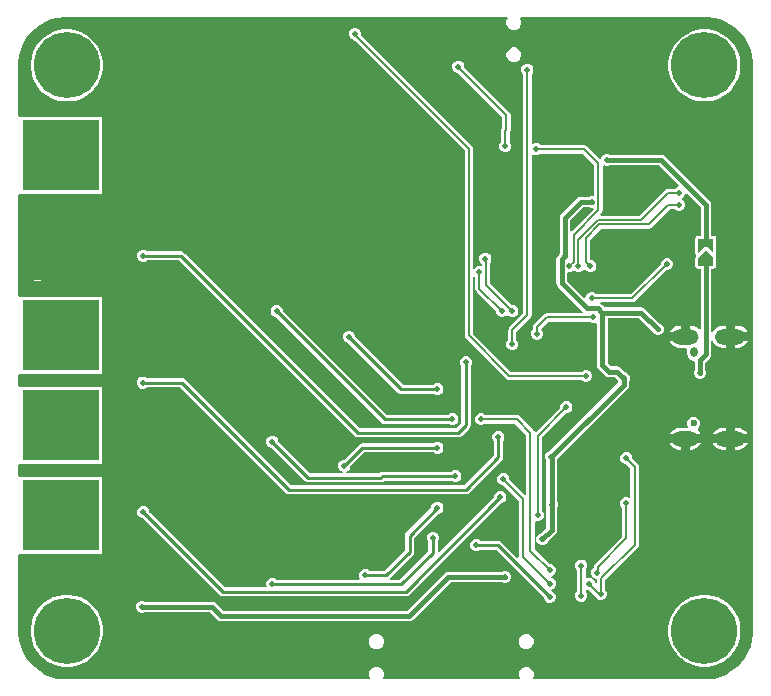
<source format=gbr>
G04*
G04 #@! TF.GenerationSoftware,Altium Limited,Altium Designer,24.2.2 (26)*
G04*
G04 Layer_Physical_Order=2*
G04 Layer_Color=16711680*
%FSLAX44Y44*%
%MOMM*%
G71*
G04*
G04 #@! TF.SameCoordinates,AEDDF3BC-744E-4892-9196-95ED917E8FD6*
G04*
G04*
G04 #@! TF.FilePolarity,Positive*
G04*
G01*
G75*
%ADD11C,0.2540*%
%ADD18C,0.1778*%
G04:AMPARAMS|DCode=101|XSize=1.3mm|YSize=2.3mm|CornerRadius=0.65mm|HoleSize=0mm|Usage=FLASHONLY|Rotation=90.000|XOffset=0mm|YOffset=0mm|HoleType=Round|Shape=RoundedRectangle|*
%AMROUNDEDRECTD101*
21,1,1.3000,1.0000,0,0,90.0*
21,1,0.0000,2.3000,0,0,90.0*
1,1,1.3000,0.5000,0.0000*
1,1,1.3000,0.5000,0.0000*
1,1,1.3000,-0.5000,0.0000*
1,1,1.3000,-0.5000,0.0000*
%
%ADD101ROUNDEDRECTD101*%
G04:AMPARAMS|DCode=102|XSize=1.3mm|YSize=2.6mm|CornerRadius=0.65mm|HoleSize=0mm|Usage=FLASHONLY|Rotation=90.000|XOffset=0mm|YOffset=0mm|HoleType=Round|Shape=RoundedRectangle|*
%AMROUNDEDRECTD102*
21,1,1.3000,1.3000,0,0,90.0*
21,1,0.0000,2.6000,0,0,90.0*
1,1,1.3000,0.6500,0.0000*
1,1,1.3000,0.6500,0.0000*
1,1,1.3000,-0.6500,0.0000*
1,1,1.3000,-0.6500,0.0000*
%
%ADD102ROUNDEDRECTD102*%
%ADD103C,0.6000*%
G04:AMPARAMS|DCode=104|XSize=0.85mm|YSize=0.6mm|CornerRadius=0.3mm|HoleSize=0mm|Usage=FLASHONLY|Rotation=90.000|XOffset=0mm|YOffset=0mm|HoleType=Round|Shape=RoundedRectangle|*
%AMROUNDEDRECTD104*
21,1,0.8500,0.0000,0,0,90.0*
21,1,0.2500,0.6000,0,0,90.0*
1,1,0.6000,0.0000,0.1250*
1,1,0.6000,0.0000,-0.1250*
1,1,0.6000,0.0000,-0.1250*
1,1,0.6000,0.0000,0.1250*
%
%ADD104ROUNDEDRECTD104*%
%ADD113C,0.3810*%
%ADD114C,0.2032*%
%ADD116C,5.6000*%
%ADD117R,6.5000X6.0000*%
%ADD118C,1.6510*%
%ADD119C,0.5080*%
%AMCUSTOMSHAPE120*
4,1,5,-0.6350,0.3175,0.0000,1.0160,0.6350,0.3175,0.6350,-0.3175,-0.6350,-0.3175,-0.6350,0.3175,0.0*%
%ADD120CUSTOMSHAPE120*%

%AMCUSTOMSHAPE121*
4,1,5,-0.6350,0.4445,0.6350,0.4445,0.6350,-0.7620,0.0000,-0.1270,-0.6350,-0.7620,-0.6350,0.4445,0.0*%
%ADD121CUSTOMSHAPE121*%

G36*
X714253Y1194268D02*
X714710Y1192998D01*
X713800Y1190801D01*
Y1188299D01*
X714758Y1185987D01*
X716527Y1184218D01*
X718839Y1183260D01*
X721341D01*
X723653Y1184218D01*
X725422Y1185987D01*
X726380Y1188299D01*
Y1190801D01*
X725470Y1192998D01*
X725927Y1194268D01*
X881380D01*
X884074D01*
X889417Y1193565D01*
X894622Y1192170D01*
X899601Y1190108D01*
X904268Y1187414D01*
X908543Y1184133D01*
X912353Y1180323D01*
X915634Y1176048D01*
X918328Y1171381D01*
X920390Y1166402D01*
X921785Y1161197D01*
X922488Y1155854D01*
X922488Y1153160D01*
X922488Y674370D01*
X922488Y671676D01*
X921785Y666333D01*
X920390Y661128D01*
X918328Y656149D01*
X915634Y651482D01*
X912353Y647207D01*
X908543Y643397D01*
X904268Y640116D01*
X899601Y637422D01*
X894622Y635360D01*
X889417Y633965D01*
X884074Y633262D01*
X881380D01*
X736447D01*
X735861Y634532D01*
X736680Y636509D01*
Y639011D01*
X735722Y641323D01*
X733953Y643092D01*
X731641Y644050D01*
X729139D01*
X726827Y643092D01*
X725058Y641323D01*
X724100Y639011D01*
Y636509D01*
X724919Y634532D01*
X724333Y633262D01*
X609652Y633262D01*
X609067Y634532D01*
X609886Y636509D01*
Y639011D01*
X608928Y641323D01*
X607159Y643092D01*
X604847Y644050D01*
X602345D01*
X600033Y643092D01*
X598263Y641323D01*
X597306Y639011D01*
Y636509D01*
X598125Y634532D01*
X597539Y633262D01*
X341630D01*
X338936D01*
X333593Y633965D01*
X328388Y635360D01*
X323409Y637422D01*
X318742Y640116D01*
X314467Y643397D01*
X310657Y647207D01*
X307376Y651482D01*
X304682Y656149D01*
X302620Y661128D01*
X301225Y666333D01*
X300522Y671676D01*
X300522Y674370D01*
Y738940D01*
X301510Y739620D01*
X301792Y739620D01*
X371590D01*
Y804700D01*
X301792D01*
X300522Y805380D01*
Y815140D01*
X301510Y815820D01*
X301792Y815820D01*
X371590D01*
Y880900D01*
X301792D01*
X300522Y881580D01*
Y891340D01*
X301510Y892020D01*
X301792Y892020D01*
X371590D01*
Y957100D01*
X301792D01*
X300522Y957780D01*
Y1043740D01*
X301510Y1044420D01*
X301792Y1044420D01*
X371590D01*
Y1109500D01*
X301792D01*
X300522Y1110180D01*
Y1153160D01*
Y1155854D01*
X301225Y1161197D01*
X302620Y1166402D01*
X304682Y1171381D01*
X307376Y1176048D01*
X310657Y1180323D01*
X314467Y1184133D01*
X318742Y1187414D01*
X323409Y1190108D01*
X328388Y1192170D01*
X333593Y1193565D01*
X338936Y1194268D01*
X341630Y1194268D01*
X714253Y1194268D01*
D02*
G37*
%LPC*%
G36*
X721341Y1168340D02*
X718839D01*
X716527Y1167382D01*
X714758Y1165613D01*
X713800Y1163301D01*
Y1160799D01*
X714758Y1158487D01*
X716527Y1156718D01*
X718839Y1155760D01*
X721341D01*
X723653Y1156718D01*
X725422Y1158487D01*
X726380Y1160799D01*
Y1163301D01*
X725422Y1165613D01*
X723653Y1167382D01*
X721341Y1168340D01*
D02*
G37*
G36*
X883784Y1183700D02*
X878976D01*
X874229Y1182948D01*
X869657Y1181462D01*
X865374Y1179280D01*
X861485Y1176455D01*
X858085Y1173055D01*
X855260Y1169166D01*
X853077Y1164883D01*
X851592Y1160312D01*
X850840Y1155564D01*
Y1150756D01*
X851592Y1146009D01*
X853077Y1141437D01*
X855260Y1137154D01*
X858085Y1133264D01*
X861485Y1129865D01*
X865374Y1127040D01*
X869657Y1124857D01*
X874229Y1123372D01*
X878976Y1122620D01*
X883784D01*
X888531Y1123372D01*
X893103Y1124857D01*
X897386Y1127040D01*
X901275Y1129865D01*
X904675Y1133264D01*
X907500Y1137154D01*
X909682Y1141437D01*
X911168Y1146009D01*
X911920Y1150756D01*
Y1155564D01*
X911168Y1160312D01*
X909682Y1164883D01*
X907500Y1169166D01*
X904675Y1173055D01*
X901275Y1176455D01*
X897386Y1179280D01*
X893103Y1181462D01*
X888531Y1182948D01*
X883784Y1183700D01*
D02*
G37*
G36*
X344034D02*
X339226D01*
X334478Y1182948D01*
X329907Y1181462D01*
X325624Y1179280D01*
X321735Y1176455D01*
X318335Y1173055D01*
X315510Y1169166D01*
X313328Y1164883D01*
X311842Y1160312D01*
X311090Y1155564D01*
Y1150756D01*
X311842Y1146009D01*
X313328Y1141437D01*
X315510Y1137154D01*
X318335Y1133264D01*
X321735Y1129865D01*
X325624Y1127040D01*
X329907Y1124857D01*
X334478Y1123372D01*
X339226Y1122620D01*
X344034D01*
X348782Y1123372D01*
X353353Y1124857D01*
X357636Y1127040D01*
X361525Y1129865D01*
X364925Y1133264D01*
X367750Y1137154D01*
X369933Y1141437D01*
X371418Y1146009D01*
X372170Y1150756D01*
Y1155564D01*
X371418Y1160312D01*
X369933Y1164883D01*
X367750Y1169166D01*
X364925Y1173055D01*
X361525Y1176455D01*
X357636Y1179280D01*
X353353Y1181462D01*
X348782Y1182948D01*
X344034Y1183700D01*
D02*
G37*
G36*
X674110Y1156970D02*
X672089D01*
X670222Y1156197D01*
X668793Y1154768D01*
X668020Y1152900D01*
Y1150880D01*
X668793Y1149012D01*
X670222Y1147583D01*
X672089Y1146810D01*
X673053D01*
X710114Y1109748D01*
Y1100309D01*
X709380Y1099210D01*
X709104Y1097822D01*
X709104Y1097822D01*
Y1088139D01*
X708423Y1087458D01*
X707650Y1085591D01*
Y1083569D01*
X708423Y1081702D01*
X709852Y1080273D01*
X711719Y1079500D01*
X713740D01*
X715607Y1080273D01*
X717036Y1081702D01*
X717810Y1083569D01*
Y1085591D01*
X717036Y1087458D01*
X716355Y1088139D01*
Y1096346D01*
X717090Y1097445D01*
X717366Y1098833D01*
Y1111250D01*
X717366Y1111250D01*
X717090Y1112637D01*
X716304Y1113814D01*
X716304Y1113814D01*
X678180Y1151937D01*
Y1152900D01*
X677407Y1154768D01*
X675978Y1156197D01*
X674110Y1156970D01*
D02*
G37*
G36*
X317971Y1030605D02*
X315129D01*
X312383Y1029869D01*
X309922Y1028448D01*
X307912Y1026438D01*
X306491Y1023977D01*
X305755Y1021231D01*
Y1018389D01*
X306491Y1015643D01*
X307912Y1013182D01*
X309922Y1011172D01*
X312383Y1009751D01*
X315129Y1009015D01*
X317971D01*
X320717Y1009751D01*
X323178Y1011172D01*
X325188Y1013182D01*
X326609Y1015643D01*
X327345Y1018389D01*
Y1021231D01*
X326609Y1023977D01*
X325188Y1026438D01*
X323178Y1028448D01*
X320717Y1029869D01*
X317971Y1030605D01*
D02*
G37*
G36*
Y992505D02*
X315129D01*
X312383Y991769D01*
X309922Y990348D01*
X307912Y988338D01*
X306491Y985877D01*
X305755Y983131D01*
Y980289D01*
X306491Y977543D01*
X307912Y975082D01*
X309922Y973072D01*
X312383Y971651D01*
X315129Y970915D01*
X317971D01*
X320717Y971651D01*
X323178Y973072D01*
X325188Y975082D01*
X326609Y977543D01*
X327345Y980289D01*
Y983131D01*
X326609Y985877D01*
X325188Y988338D01*
X323178Y990348D01*
X320717Y991769D01*
X317971Y992505D01*
D02*
G37*
G36*
X586480Y1184910D02*
X584459D01*
X582592Y1184137D01*
X581163Y1182708D01*
X580390Y1180841D01*
Y1178820D01*
X581163Y1176952D01*
X582592Y1175523D01*
X584459Y1174750D01*
X584980D01*
X678494Y1081236D01*
Y924560D01*
X678760Y923222D01*
X679518Y922088D01*
X713808Y887798D01*
X713808Y887798D01*
X714942Y887040D01*
X716280Y886774D01*
X777362D01*
X778172Y885963D01*
X780040Y885190D01*
X782060D01*
X783928Y885963D01*
X785357Y887392D01*
X786130Y889259D01*
Y891281D01*
X785357Y893148D01*
X783928Y894577D01*
X782060Y895350D01*
X780040D01*
X778172Y894577D01*
X777362Y893766D01*
X717728D01*
X685486Y926008D01*
Y973836D01*
X686756Y974392D01*
X687384Y973848D01*
Y963930D01*
X687650Y962592D01*
X688408Y961458D01*
X704850Y945016D01*
Y943869D01*
X705623Y942002D01*
X707052Y940573D01*
X708920Y939800D01*
X710940D01*
X712808Y940573D01*
X713545Y941311D01*
X714375Y941904D01*
X715205Y941311D01*
X715942Y940573D01*
X717810Y939800D01*
X719830D01*
X721698Y940573D01*
X723127Y942002D01*
X723900Y943869D01*
Y945891D01*
X723127Y947758D01*
X721698Y949187D01*
X719830Y949960D01*
X718684D01*
X699837Y968807D01*
Y986023D01*
X700267Y986452D01*
X701040Y988319D01*
Y990340D01*
X700267Y992208D01*
X698838Y993637D01*
X696971Y994410D01*
X694949D01*
X693082Y993637D01*
X691653Y992208D01*
X690880Y990340D01*
Y988319D01*
X691653Y986452D01*
X692845Y985261D01*
Y983618D01*
X691890Y982980D01*
X689870D01*
X688002Y982207D01*
X686756Y980960D01*
X685892Y981136D01*
X685486Y981350D01*
Y1082684D01*
X685486Y1082684D01*
X685220Y1084022D01*
X684462Y1085156D01*
X684462Y1085156D01*
X590550Y1179068D01*
Y1180841D01*
X589777Y1182708D01*
X588348Y1184137D01*
X586480Y1184910D01*
D02*
G37*
G36*
X732531Y1154430D02*
X730509D01*
X728642Y1153657D01*
X727213Y1152228D01*
X726440Y1150360D01*
Y1148339D01*
X727213Y1146472D01*
X728024Y1145662D01*
Y943017D01*
X716296Y931289D01*
X715538Y930155D01*
X715272Y928817D01*
Y920679D01*
X714462Y919869D01*
X713689Y918002D01*
Y915981D01*
X714462Y914114D01*
X715891Y912685D01*
X717758Y911911D01*
X719779D01*
X721646Y912685D01*
X723075Y914114D01*
X723848Y915981D01*
Y918002D01*
X723075Y919869D01*
X722265Y920679D01*
Y927369D01*
X733992Y939096D01*
X734750Y940230D01*
X735016Y941568D01*
X735016Y941568D01*
Y1077320D01*
X736189Y1077806D01*
X736262Y1077733D01*
X738130Y1076960D01*
X740151D01*
X742018Y1077733D01*
X742828Y1078544D01*
X778332D01*
X788095Y1068781D01*
Y1043308D01*
X787140Y1042670D01*
X785119D01*
X783797Y1042122D01*
X777070D01*
X777070Y1042122D01*
X775335Y1041777D01*
X773865Y1040795D01*
X773865Y1040795D01*
X760065Y1026995D01*
X759083Y1025525D01*
X758738Y1023790D01*
Y994203D01*
X758190Y992880D01*
Y992856D01*
X757398Y992064D01*
X756416Y990594D01*
X756071Y988859D01*
Y969137D01*
X756416Y967403D01*
X757398Y965932D01*
X778764Y944566D01*
X778268Y943296D01*
X748030D01*
X748030Y943296D01*
X746692Y943030D01*
X745558Y942272D01*
X737120Y933834D01*
X736362Y932700D01*
X736096Y931362D01*
Y929518D01*
X735285Y928708D01*
X734512Y926841D01*
Y924819D01*
X735285Y922952D01*
X736714Y921523D01*
X738581Y920750D01*
X740602D01*
X742470Y921523D01*
X743899Y922952D01*
X744672Y924819D01*
Y926841D01*
X743899Y928708D01*
X743088Y929518D01*
Y929914D01*
X749478Y936304D01*
X783712D01*
X784522Y935493D01*
X786389Y934720D01*
X788410D01*
X789218Y935054D01*
X790488Y934206D01*
Y899160D01*
X790833Y897426D01*
X791815Y895955D01*
X797240Y890531D01*
X798710Y889548D01*
X800445Y889203D01*
X805413D01*
X808522Y886094D01*
Y884781D01*
X750285Y826544D01*
X748962Y825997D01*
X747533Y824568D01*
X746760Y822701D01*
Y820679D01*
X747429Y819065D01*
Y783333D01*
X747001Y782302D01*
Y780281D01*
X747549Y778958D01*
Y761579D01*
X742665Y756694D01*
X741342Y756147D01*
X739913Y754718D01*
X739140Y752850D01*
Y750829D01*
X739913Y748962D01*
X741342Y747533D01*
X743210Y746760D01*
X745230D01*
X747098Y747533D01*
X748527Y748962D01*
X749074Y750285D01*
X755286Y756497D01*
X755286Y756497D01*
X756269Y757967D01*
X756614Y759702D01*
Y778958D01*
X757161Y780281D01*
Y782302D01*
X756493Y783916D01*
Y819648D01*
X756694Y820135D01*
X816258Y879699D01*
X817241Y881169D01*
X817586Y882904D01*
X817586Y882904D01*
Y885173D01*
X817603Y885190D01*
X818377Y887057D01*
Y889078D01*
X817603Y890945D01*
X816174Y892374D01*
X814307Y893148D01*
X814287D01*
X810495Y896940D01*
X809024Y897922D01*
X807290Y898267D01*
X802322D01*
X799552Y901037D01*
Y939348D01*
X825893D01*
X837156Y928085D01*
X837703Y926762D01*
X839132Y925333D01*
X841000Y924560D01*
X843020D01*
X844888Y925333D01*
X846317Y926762D01*
X847090Y928630D01*
Y930650D01*
X846317Y932518D01*
X844888Y933947D01*
X843565Y934494D01*
X830975Y947085D01*
X829504Y948067D01*
X827770Y948412D01*
X796897D01*
X794685Y950625D01*
X793309Y951544D01*
X793298Y951636D01*
X794077Y952814D01*
X820420D01*
X821758Y953080D01*
X822892Y953838D01*
X849034Y979980D01*
X850640D01*
X852508Y980753D01*
X853937Y982182D01*
X854710Y984050D01*
Y986070D01*
X853937Y987938D01*
X852508Y989367D01*
X850640Y990140D01*
X848620D01*
X846752Y989367D01*
X845323Y987938D01*
X844550Y986070D01*
Y985384D01*
X818972Y959806D01*
X789818D01*
X789008Y960617D01*
X787141Y961390D01*
X785119D01*
X783252Y960617D01*
X781823Y959188D01*
X781050Y957320D01*
Y956895D01*
X779780Y956369D01*
X765135Y971014D01*
Y977276D01*
X766070Y977900D01*
X768091D01*
X769958Y978673D01*
X770890Y979606D01*
X771822Y978673D01*
X773689Y977900D01*
X775711D01*
X777578Y978673D01*
X779007Y980102D01*
X779145Y980436D01*
X780415D01*
X780553Y980102D01*
X781982Y978673D01*
X783849Y977900D01*
X785871D01*
X787738Y978673D01*
X789167Y980102D01*
X789940Y981970D01*
Y983990D01*
X789167Y985858D01*
X787738Y987287D01*
X785871Y988060D01*
X784724D01*
X784546Y988238D01*
Y1005662D01*
X793928Y1015044D01*
X834390D01*
X835728Y1015310D01*
X836862Y1016068D01*
X852348Y1031554D01*
X856102D01*
X856912Y1030743D01*
X858780Y1029970D01*
X860800D01*
X862668Y1030743D01*
X864097Y1032172D01*
X864870Y1034040D01*
Y1036060D01*
X864097Y1037928D01*
X862668Y1039357D01*
X862334Y1039495D01*
Y1040765D01*
X862668Y1040903D01*
X864097Y1042332D01*
X864870Y1044200D01*
Y1044625D01*
X866140Y1045151D01*
X878118Y1033173D01*
Y1009065D01*
X876300D01*
X875309Y1008868D01*
X874469Y1008306D01*
X873907Y1007466D01*
X873710Y1006475D01*
Y994410D01*
X873907Y993419D01*
X874469Y992579D01*
X874553Y991893D01*
X874384Y991707D01*
X874155Y991326D01*
X873907Y990956D01*
X873895Y990895D01*
X873863Y990841D01*
X873797Y990401D01*
X873710Y989965D01*
Y983615D01*
X873907Y982624D01*
X874469Y981784D01*
X875309Y981222D01*
X876300Y981025D01*
X878118D01*
Y929756D01*
X876848Y929325D01*
X876470Y929817D01*
X874582Y931266D01*
X872383Y932177D01*
X870023Y932488D01*
X868833D01*
Y923370D01*
X865023D01*
Y919560D01*
X851816D01*
X852126Y918811D01*
X853576Y916923D01*
X855464Y915474D01*
X857663Y914563D01*
X860023Y914252D01*
X866091D01*
X866935Y912982D01*
X866624Y911420D01*
Y908920D01*
X867054Y906758D01*
X868279Y904926D01*
X870111Y903701D01*
X872273Y903271D01*
X873038Y902129D01*
Y895068D01*
X872490Y893745D01*
Y891724D01*
X873263Y889857D01*
X874692Y888428D01*
X876560Y887655D01*
X878580D01*
X880448Y888428D01*
X881877Y889857D01*
X882650Y891724D01*
Y893745D01*
X882102Y895068D01*
Y901452D01*
X885855Y905204D01*
X885855Y905204D01*
X886837Y906675D01*
X887182Y908409D01*
X887182Y908409D01*
Y919583D01*
X888452Y919836D01*
X888877Y918811D01*
X890326Y916923D01*
X892214Y915474D01*
X894413Y914563D01*
X896773Y914252D01*
X899463D01*
Y923370D01*
Y932488D01*
X896773D01*
X894413Y932177D01*
X892214Y931266D01*
X890326Y929817D01*
X888877Y927929D01*
X888452Y926904D01*
X887182Y927157D01*
Y981025D01*
X889000D01*
X889991Y981222D01*
X890831Y981784D01*
X891393Y982624D01*
X891590Y983615D01*
Y989965D01*
X891503Y990401D01*
X891437Y990841D01*
X891405Y990895D01*
X891393Y990956D01*
X891145Y991326D01*
X890916Y991707D01*
X890747Y991893D01*
X890831Y992579D01*
X891393Y993419D01*
X891590Y994410D01*
Y1006475D01*
X891393Y1007466D01*
X890831Y1008306D01*
X889991Y1008868D01*
X889000Y1009065D01*
X887182D01*
Y1035050D01*
X886837Y1036784D01*
X885855Y1038255D01*
X885855Y1038255D01*
X847755Y1076355D01*
X846284Y1077337D01*
X844550Y1077682D01*
X801163D01*
X799840Y1078230D01*
X797820D01*
X795952Y1077457D01*
X794523Y1076028D01*
X793940Y1074620D01*
X792577Y1074188D01*
X782252Y1084512D01*
X781118Y1085270D01*
X779780Y1085536D01*
X742828D01*
X742018Y1086347D01*
X740151Y1087120D01*
X738130D01*
X736262Y1086347D01*
X736189Y1086274D01*
X735016Y1086760D01*
Y1145662D01*
X735827Y1146472D01*
X736600Y1148339D01*
Y1150360D01*
X735827Y1152228D01*
X734398Y1153657D01*
X732531Y1154430D01*
D02*
G37*
G36*
X909773Y932488D02*
X907083D01*
Y927180D01*
X917980D01*
X917669Y927929D01*
X916220Y929817D01*
X914332Y931266D01*
X912133Y932177D01*
X909773Y932488D01*
D02*
G37*
G36*
X861213D02*
X860023D01*
X857663Y932177D01*
X855464Y931266D01*
X853576Y929817D01*
X852126Y927929D01*
X851816Y927180D01*
X861213D01*
Y932488D01*
D02*
G37*
G36*
X917980Y919560D02*
X907083D01*
Y914252D01*
X909773D01*
X912133Y914563D01*
X914332Y915474D01*
X916220Y916923D01*
X917669Y918811D01*
X917980Y919560D01*
D02*
G37*
G36*
X581400Y928370D02*
X579380D01*
X577512Y927597D01*
X576083Y926168D01*
X575310Y924301D01*
Y922280D01*
X576083Y920412D01*
X577512Y918983D01*
X579380Y918210D01*
X579976D01*
X622093Y876093D01*
X623353Y875251D01*
X624840Y874955D01*
X652020D01*
X652442Y874533D01*
X654309Y873760D01*
X656330D01*
X658198Y874533D01*
X659627Y875962D01*
X660400Y877830D01*
Y879850D01*
X659627Y881718D01*
X658198Y883147D01*
X656330Y883920D01*
X654309D01*
X652442Y883147D01*
X652020Y882725D01*
X626449D01*
X585470Y923704D01*
Y924301D01*
X584697Y926168D01*
X583268Y927597D01*
X581400Y928370D01*
D02*
G37*
G36*
X520140Y950257D02*
X518119D01*
X516252Y949484D01*
X514823Y948055D01*
X514050Y946188D01*
Y944167D01*
X514823Y942300D01*
X516252Y940871D01*
X518119Y940097D01*
X518716D01*
X608120Y850693D01*
X609380Y849851D01*
X610867Y849555D01*
X664720D01*
X665142Y849133D01*
X667010Y848360D01*
X669031D01*
X670898Y849133D01*
X672327Y850562D01*
X673100Y852430D01*
Y854451D01*
X672327Y856318D01*
X670898Y857747D01*
X669031Y858520D01*
X667010D01*
X665142Y857747D01*
X664720Y857325D01*
X612476D01*
X524210Y945591D01*
Y946188D01*
X523436Y948055D01*
X522007Y949484D01*
X520140Y950257D01*
D02*
G37*
G36*
X765551Y868680D02*
X763530D01*
X761662Y867907D01*
X760233Y866478D01*
X759460Y864611D01*
Y863464D01*
X738819Y842823D01*
X737441Y843241D01*
X737410Y843398D01*
X736624Y844574D01*
X736624Y844574D01*
X725194Y856004D01*
X724017Y856790D01*
X722630Y857066D01*
X722630Y857066D01*
X695708D01*
X695028Y857747D01*
X693160Y858520D01*
X691140D01*
X689272Y857747D01*
X687843Y856318D01*
X687070Y854451D01*
Y852430D01*
X687843Y850562D01*
X689272Y849133D01*
X691140Y848360D01*
X693160D01*
X695028Y849133D01*
X695708Y849814D01*
X721128D01*
X730434Y840508D01*
Y790329D01*
X729164Y789803D01*
X716280Y802688D01*
Y803651D01*
X715507Y805518D01*
X714078Y806947D01*
X712210Y807720D01*
X710190D01*
X708322Y806947D01*
X706893Y805518D01*
X706120Y803651D01*
Y801629D01*
X706893Y799762D01*
X708322Y798333D01*
X710190Y797560D01*
X711152D01*
X724084Y784628D01*
Y737260D01*
X724084Y737260D01*
X724212Y736618D01*
X723042Y735992D01*
X709527Y749507D01*
X708267Y750349D01*
X706780Y750645D01*
X691640D01*
X691218Y751067D01*
X689351Y751840D01*
X687329D01*
X685462Y751067D01*
X684033Y749638D01*
X683260Y747770D01*
Y745750D01*
X684033Y743882D01*
X685462Y742453D01*
X687329Y741680D01*
X689351D01*
X691218Y742453D01*
X691640Y742875D01*
X705171D01*
X745410Y702636D01*
Y702039D01*
X746183Y700172D01*
X747612Y698743D01*
X749480Y697970D01*
X751500D01*
X753368Y698743D01*
X754797Y700172D01*
X755570Y702039D01*
Y704061D01*
X754797Y705928D01*
X753368Y707357D01*
X752048Y707903D01*
X751864Y708227D01*
X752438Y709788D01*
X753368Y710173D01*
X754797Y711602D01*
X755570Y713469D01*
Y715490D01*
X754797Y717358D01*
X753368Y718787D01*
X751852Y719415D01*
X751707Y719645D01*
X751703Y719666D01*
X752264Y721146D01*
X753368Y721603D01*
X754797Y723032D01*
X755570Y724900D01*
Y726920D01*
X754797Y728788D01*
X753368Y730217D01*
X751500Y730990D01*
X750537D01*
X737686Y743842D01*
Y766647D01*
X738742Y767353D01*
X739399Y767080D01*
X741421D01*
X743288Y767853D01*
X744717Y769282D01*
X745490Y771150D01*
Y773170D01*
X744717Y775038D01*
X743906Y775848D01*
Y838022D01*
X764404Y858520D01*
X765551D01*
X767418Y859293D01*
X768847Y860722D01*
X769620Y862589D01*
Y864611D01*
X768847Y866478D01*
X767418Y867907D01*
X765551Y868680D01*
D02*
G37*
G36*
X909773Y846088D02*
X907083D01*
Y840780D01*
X917980D01*
X917669Y841529D01*
X916220Y843417D01*
X914332Y844866D01*
X912133Y845777D01*
X909773Y846088D01*
D02*
G37*
G36*
X899463D02*
X896773D01*
X894413Y845777D01*
X892214Y844866D01*
X890326Y843417D01*
X888877Y841529D01*
X888566Y840780D01*
X899463D01*
Y846088D01*
D02*
G37*
G36*
X873375Y855710D02*
X871171D01*
X869135Y854867D01*
X867576Y853308D01*
X866733Y851272D01*
Y849068D01*
X867441Y847358D01*
X866861Y846088D01*
X860023D01*
X857663Y845777D01*
X855464Y844866D01*
X853576Y843417D01*
X852126Y841529D01*
X851816Y840780D01*
X865023D01*
X878230D01*
X877919Y841529D01*
X876470Y843417D01*
X875522Y844145D01*
X875483Y844614D01*
X875613Y845676D01*
X876970Y847032D01*
X877813Y849068D01*
Y851272D01*
X876970Y853308D01*
X875411Y854867D01*
X873375Y855710D01*
D02*
G37*
G36*
X407411Y996950D02*
X405390D01*
X403522Y996177D01*
X402093Y994748D01*
X401320Y992880D01*
Y990860D01*
X402093Y988992D01*
X403522Y987563D01*
X405390Y986790D01*
X407411D01*
X409278Y987563D01*
X409700Y987985D01*
X436541D01*
X585263Y839263D01*
X586523Y838421D01*
X588010Y838125D01*
X673100D01*
X674587Y838421D01*
X675847Y839263D01*
X682197Y845613D01*
X683039Y846873D01*
X683335Y848360D01*
Y898400D01*
X683757Y898822D01*
X684530Y900689D01*
Y902710D01*
X683757Y904578D01*
X682328Y906007D01*
X680461Y906780D01*
X678439D01*
X676572Y906007D01*
X675143Y904578D01*
X674370Y902710D01*
Y900689D01*
X675143Y898822D01*
X675565Y898400D01*
Y849969D01*
X671491Y845895D01*
X589619D01*
X440897Y994617D01*
X439637Y995459D01*
X438150Y995755D01*
X409700D01*
X409278Y996177D01*
X407411Y996950D01*
D02*
G37*
G36*
X917980Y833160D02*
X907083D01*
Y827852D01*
X909773D01*
X912133Y828163D01*
X914332Y829074D01*
X916220Y830523D01*
X917669Y832411D01*
X917980Y833160D01*
D02*
G37*
G36*
X899463D02*
X888566D01*
X888877Y832411D01*
X890326Y830523D01*
X892214Y829074D01*
X894413Y828163D01*
X896773Y827852D01*
X899463D01*
Y833160D01*
D02*
G37*
G36*
X878230Y833160D02*
X868833D01*
Y827852D01*
X870023D01*
X872383Y828163D01*
X874582Y829074D01*
X876470Y830523D01*
X877919Y832411D01*
X878230Y833160D01*
D02*
G37*
G36*
X861213D02*
X851816D01*
X852126Y832411D01*
X853576Y830523D01*
X855464Y829074D01*
X857663Y828163D01*
X860023Y827852D01*
X861213D01*
Y833160D01*
D02*
G37*
G36*
X516631Y839470D02*
X514609D01*
X512742Y838697D01*
X511313Y837268D01*
X510540Y835400D01*
Y833380D01*
X511313Y831512D01*
X512742Y830083D01*
X514609Y829310D01*
X515206D01*
X543353Y801163D01*
X544613Y800321D01*
X546100Y800025D01*
X607351D01*
X608838Y800321D01*
X610098Y801163D01*
X610230Y801295D01*
X667260D01*
X667682Y800873D01*
X669549Y800100D01*
X671571D01*
X673438Y800873D01*
X674867Y802302D01*
X675640Y804169D01*
Y806190D01*
X674867Y808058D01*
X673438Y809487D01*
X671571Y810260D01*
X669549D01*
X667682Y809487D01*
X667260Y809065D01*
X608621D01*
X607135Y808769D01*
X605874Y807927D01*
X605742Y807795D01*
X577771D01*
X577590Y808990D01*
X579458Y809763D01*
X580887Y811192D01*
X581660Y813059D01*
Y813656D01*
X593429Y825425D01*
X652020D01*
X652442Y825003D01*
X654309Y824230D01*
X656330D01*
X658198Y825003D01*
X659627Y826432D01*
X660400Y828299D01*
Y830321D01*
X659627Y832188D01*
X658198Y833617D01*
X656330Y834390D01*
X654309D01*
X652442Y833617D01*
X652020Y833195D01*
X591820D01*
X590333Y832899D01*
X589073Y832057D01*
X576166Y819150D01*
X575569D01*
X573702Y818377D01*
X572273Y816948D01*
X571500Y815080D01*
Y813059D01*
X572273Y811192D01*
X573702Y809763D01*
X575569Y808990D01*
X575389Y807795D01*
X547709D01*
X520700Y834804D01*
Y835400D01*
X519927Y837268D01*
X518498Y838697D01*
X516631Y839470D01*
D02*
G37*
G36*
X406813Y889719D02*
X404792D01*
X402925Y888945D01*
X401496Y887516D01*
X400723Y885649D01*
Y883628D01*
X401496Y881761D01*
X402925Y880332D01*
X404792Y879559D01*
X406813D01*
X408680Y880332D01*
X409102Y880754D01*
X437092D01*
X526843Y791003D01*
X528103Y790161D01*
X529590Y789865D01*
X679450D01*
X680937Y790161D01*
X682197Y791003D01*
X709755Y818561D01*
X710597Y819821D01*
X710893Y821308D01*
Y835211D01*
X711315Y835633D01*
X712088Y837500D01*
Y839521D01*
X711315Y841388D01*
X709886Y842817D01*
X708018Y843590D01*
X705998D01*
X704130Y842817D01*
X702701Y841388D01*
X701928Y839521D01*
Y837500D01*
X702701Y835633D01*
X703123Y835211D01*
Y822917D01*
X677841Y797635D01*
X531199D01*
X441448Y887385D01*
X440188Y888228D01*
X438701Y888523D01*
X409102D01*
X408680Y888945D01*
X406813Y889719D01*
D02*
G37*
G36*
X816350Y825500D02*
X814330D01*
X812462Y824727D01*
X811033Y823298D01*
X810260Y821431D01*
Y819409D01*
X811033Y817542D01*
X812462Y816113D01*
X814330Y815340D01*
X815293D01*
X818724Y811908D01*
Y787779D01*
X817454Y786943D01*
X816350Y787400D01*
X814330D01*
X812462Y786627D01*
X811033Y785198D01*
X810260Y783331D01*
Y781310D01*
X811033Y779442D01*
X811714Y778762D01*
Y754162D01*
X788783Y731231D01*
X787997Y730054D01*
X787721Y728667D01*
X787721Y728667D01*
Y727878D01*
X786457Y726614D01*
X785684Y724747D01*
Y722726D01*
X786457Y720859D01*
X787886Y719430D01*
X789753Y718656D01*
X790044D01*
Y715139D01*
X788774Y714460D01*
X788590Y714583D01*
Y715490D01*
X787817Y717358D01*
X786388Y718787D01*
X784520Y719560D01*
X782499D01*
X781842Y719287D01*
X780786Y719993D01*
Y726161D01*
X781467Y726842D01*
X782240Y728709D01*
Y730731D01*
X781467Y732598D01*
X780038Y734027D01*
X778170Y734800D01*
X776150D01*
X774282Y734027D01*
X772853Y732598D01*
X772080Y730731D01*
Y728709D01*
X772853Y726842D01*
X773534Y726161D01*
Y707878D01*
X772853Y707198D01*
X772080Y705331D01*
Y703309D01*
X772853Y701442D01*
X774282Y700013D01*
X776150Y699240D01*
X778170D01*
X780038Y700013D01*
X781467Y701442D01*
X782240Y703309D01*
Y705331D01*
X781467Y707198D01*
X780876Y707788D01*
X780943Y708911D01*
X782015Y709601D01*
X782499Y709400D01*
X782541D01*
X788332Y703609D01*
X788332Y703609D01*
X789244Y703000D01*
X789363Y702712D01*
X790792Y701283D01*
X792660Y700510D01*
X794680D01*
X796548Y701283D01*
X797977Y702712D01*
X798750Y704579D01*
Y706600D01*
X797977Y708468D01*
X797296Y709148D01*
Y717238D01*
X824914Y744856D01*
X824914Y744856D01*
X825700Y746032D01*
X825976Y747420D01*
X825976Y747420D01*
Y813410D01*
X825700Y814798D01*
X824914Y815974D01*
X824914Y815974D01*
X820420Y820468D01*
Y821431D01*
X819647Y823298D01*
X818218Y824727D01*
X816350Y825500D01*
D02*
G37*
G36*
X709670Y792480D02*
X707650D01*
X705782Y791707D01*
X704353Y790278D01*
X703580Y788410D01*
Y787814D01*
X656665Y740898D01*
X655395Y741424D01*
Y749810D01*
X655817Y750232D01*
X656590Y752100D01*
Y754120D01*
X655817Y755988D01*
X654388Y757417D01*
X652521Y758190D01*
X650499D01*
X648632Y757417D01*
X647203Y755988D01*
X646430Y754120D01*
Y752100D01*
X647203Y750232D01*
X647625Y749810D01*
Y742019D01*
X623231Y717625D01*
X615638D01*
X615517Y717784D01*
X615168Y718895D01*
X634572Y738298D01*
X635414Y739558D01*
X635710Y741045D01*
Y753406D01*
X655734Y773430D01*
X656330D01*
X658198Y774203D01*
X659627Y775632D01*
X660400Y777499D01*
Y779520D01*
X659627Y781388D01*
X658198Y782817D01*
X656330Y783590D01*
X654309D01*
X652442Y782817D01*
X651013Y781388D01*
X650240Y779520D01*
Y778924D01*
X629078Y757762D01*
X628236Y756502D01*
X627940Y755015D01*
Y742654D01*
X610531Y725245D01*
X597660D01*
X597238Y725667D01*
X595370Y726440D01*
X593349D01*
X591482Y725667D01*
X590053Y724238D01*
X589280Y722371D01*
Y720350D01*
X589883Y718895D01*
X589252Y717625D01*
X518920D01*
X518498Y718047D01*
X516631Y718820D01*
X514609D01*
X512742Y718047D01*
X511313Y716618D01*
X510540Y714751D01*
Y712729D01*
X510705Y712331D01*
X510000Y711275D01*
X475319D01*
X411480Y775114D01*
Y775711D01*
X410707Y777578D01*
X409278Y779007D01*
X407411Y779780D01*
X405390D01*
X403522Y779007D01*
X402093Y777578D01*
X401320Y775711D01*
Y773689D01*
X402093Y771822D01*
X403522Y770393D01*
X405390Y769620D01*
X405986D01*
X470963Y704643D01*
X472223Y703801D01*
X473710Y703505D01*
X628650D01*
X630137Y703801D01*
X631397Y704643D01*
X709074Y782320D01*
X709670D01*
X711538Y783093D01*
X712967Y784522D01*
X713740Y786389D01*
Y788410D01*
X712967Y790278D01*
X711538Y791707D01*
X709670Y792480D01*
D02*
G37*
G36*
X713481Y725170D02*
X711460D01*
X710137Y724622D01*
X664571D01*
X664571Y724622D01*
X662836Y724277D01*
X661366Y723295D01*
X661366Y723295D01*
X629673Y691602D01*
X474317D01*
X468025Y697895D01*
X466554Y698877D01*
X464820Y699222D01*
X407463D01*
X406141Y699770D01*
X404119D01*
X402252Y698997D01*
X400823Y697568D01*
X400050Y695701D01*
Y693680D01*
X400823Y691812D01*
X402252Y690383D01*
X404119Y689610D01*
X406141D01*
X407463Y690158D01*
X462943D01*
X469235Y683865D01*
X470706Y682883D01*
X472440Y682538D01*
X631551D01*
X633285Y682883D01*
X634755Y683865D01*
X666448Y715558D01*
X710137D01*
X711460Y715010D01*
X713481D01*
X715348Y715783D01*
X716777Y717212D01*
X717550Y719080D01*
Y721100D01*
X716777Y722968D01*
X715348Y724397D01*
X713481Y725170D01*
D02*
G37*
G36*
X731641Y671550D02*
X729139D01*
X726827Y670592D01*
X725058Y668823D01*
X724100Y666511D01*
Y664009D01*
X725058Y661697D01*
X726827Y659928D01*
X729139Y658970D01*
X731641D01*
X733953Y659928D01*
X735722Y661697D01*
X736680Y664009D01*
Y666511D01*
X735722Y668823D01*
X733953Y670592D01*
X731641Y671550D01*
D02*
G37*
G36*
X604847D02*
X602345D01*
X600033Y670592D01*
X598263Y668823D01*
X597306Y666511D01*
Y664009D01*
X598263Y661697D01*
X600033Y659928D01*
X602345Y658970D01*
X604847D01*
X607159Y659928D01*
X608928Y661697D01*
X609886Y664009D01*
Y666511D01*
X608928Y668823D01*
X607159Y670592D01*
X604847Y671550D01*
D02*
G37*
G36*
X883784Y704910D02*
X878976D01*
X874229Y704158D01*
X869657Y702673D01*
X865374Y700490D01*
X861485Y697665D01*
X858085Y694266D01*
X855260Y690376D01*
X853077Y686093D01*
X851592Y681522D01*
X850840Y676774D01*
Y671966D01*
X851592Y667218D01*
X853077Y662647D01*
X855260Y658364D01*
X858085Y654474D01*
X861485Y651075D01*
X865374Y648250D01*
X869657Y646068D01*
X874229Y644582D01*
X878976Y643830D01*
X883784D01*
X888531Y644582D01*
X893103Y646068D01*
X897386Y648250D01*
X901275Y651075D01*
X904675Y654474D01*
X907500Y658364D01*
X909682Y662647D01*
X911168Y667218D01*
X911920Y671966D01*
Y676774D01*
X911168Y681522D01*
X909682Y686093D01*
X907500Y690376D01*
X904675Y694266D01*
X901275Y697665D01*
X897386Y700490D01*
X893103Y702673D01*
X888531Y704158D01*
X883784Y704910D01*
D02*
G37*
G36*
X344034D02*
X339226D01*
X334478Y704158D01*
X329907Y702673D01*
X325624Y700490D01*
X321735Y697665D01*
X318335Y694266D01*
X315510Y690376D01*
X313328Y686093D01*
X311842Y681522D01*
X311090Y676774D01*
Y671966D01*
X311842Y667218D01*
X313328Y662647D01*
X315510Y658364D01*
X318335Y654474D01*
X321735Y651075D01*
X325624Y648250D01*
X329907Y646068D01*
X334478Y644582D01*
X339226Y643830D01*
X344034D01*
X348782Y644582D01*
X353353Y646068D01*
X357636Y648250D01*
X361525Y651075D01*
X364925Y654474D01*
X367750Y658364D01*
X369933Y662647D01*
X371418Y667218D01*
X372170Y671966D01*
Y676774D01*
X371418Y681522D01*
X369933Y686093D01*
X367750Y690376D01*
X364925Y694266D01*
X361525Y697665D01*
X357636Y700490D01*
X353353Y702673D01*
X348782Y704158D01*
X344034Y704910D01*
D02*
G37*
%LPD*%
G36*
X797820Y1068070D02*
X799840D01*
X801163Y1068618D01*
X842673D01*
X859731Y1051560D01*
X859205Y1050290D01*
X858780D01*
X856912Y1049517D01*
X856102Y1048706D01*
X850578D01*
X849240Y1048440D01*
X848106Y1047682D01*
X826270Y1025846D01*
X793690D01*
X793204Y1027020D01*
X794063Y1027879D01*
X794821Y1029013D01*
X795087Y1030351D01*
Y1068049D01*
X796357Y1068676D01*
X797820Y1068070D01*
D02*
G37*
G36*
X785119Y1032510D02*
X787010D01*
X787283Y1032173D01*
X787636Y1031341D01*
X769072Y1012776D01*
X767802Y1013303D01*
Y1021913D01*
X778947Y1033058D01*
X783797D01*
X785119Y1032510D01*
D02*
G37*
D11*
X529590Y793750D02*
X679450D01*
X405803Y884639D02*
X438701D01*
X529590Y793750D01*
X473710Y707390D02*
X628650D01*
X406400Y774700D02*
X473710Y707390D01*
X628650D02*
X708660Y787400D01*
X515620Y713740D02*
X624840D01*
X651510Y740410D01*
X612140Y721360D02*
X631825Y741045D01*
X594360Y721360D02*
X612140D01*
X688340Y746760D02*
X706780D01*
X750490Y703050D01*
X608621Y805180D02*
X670560D01*
X546100Y803910D02*
X607351D01*
X608621Y805180D01*
X631825Y741045D02*
Y755015D01*
X679450Y793750D02*
X707008Y821308D01*
Y838510D01*
X406400Y991870D02*
X438150D01*
X588010Y842010D01*
X673100D01*
X679450Y848360D01*
Y901700D01*
X610867Y853440D02*
X668020D01*
X519130Y945177D02*
X610867Y853440D01*
X580390Y923290D02*
X624840Y878840D01*
X651510Y740410D02*
Y753110D01*
X515620Y834390D02*
X546100Y803910D01*
X631825Y755015D02*
X655320Y778510D01*
X591820Y829310D02*
X655320D01*
X576580Y814070D02*
X591820Y829310D01*
X624840Y878840D02*
X655320D01*
D18*
X739140Y1082040D02*
X779780D01*
X791591Y1070229D01*
X731520Y941568D02*
Y1149350D01*
X718768Y928817D02*
X731520Y941568D01*
X770890Y1009650D02*
X791591Y1030351D01*
Y1070229D01*
X770890Y986943D02*
Y1009650D01*
X740410Y839470D02*
X764540Y863600D01*
X740410Y772160D02*
Y839470D01*
X716280Y890270D02*
X781050D01*
X786130Y956310D02*
X820420D01*
X848538Y984428D01*
X850900Y1035050D02*
X859790D01*
X834390Y1018540D02*
X850900Y1035050D01*
X792480Y1018540D02*
X834390D01*
X791346Y1022350D02*
X827718D01*
X850578Y1045210D01*
X859790D01*
X781050Y986790D02*
X784860Y982980D01*
X781050Y986790D02*
Y1007110D01*
X774700Y1005704D02*
X791346Y1022350D01*
X774700Y982980D02*
Y1005704D01*
X767080Y983132D02*
X770890Y986943D01*
X767080Y982980D02*
Y983132D01*
X781050Y1007110D02*
X792480Y1018540D01*
X681990Y924560D02*
Y1082684D01*
Y924560D02*
X716280Y890270D01*
X718768Y916992D02*
Y928817D01*
X585470Y1179204D02*
X681990Y1082684D01*
X748030Y939800D02*
X787400D01*
X739592Y931362D02*
X748030Y939800D01*
X739592Y925830D02*
Y931362D01*
X585470Y1179204D02*
Y1179830D01*
X695960Y989330D02*
X696341Y988949D01*
Y967359D02*
Y988949D01*
Y967359D02*
X718820Y944880D01*
X690880Y963930D02*
Y977900D01*
Y963930D02*
X709930Y944880D01*
D101*
X865023Y836970D02*
D03*
Y923370D02*
D03*
D102*
X903273Y836970D02*
D03*
Y923370D02*
D03*
D103*
X872273Y850170D02*
D03*
D104*
Y910170D02*
D03*
D113*
X763270Y991870D02*
Y1023790D01*
Y991526D02*
Y991870D01*
X777070Y1037590D02*
X786130D01*
X763270Y1023790D02*
X777070Y1037590D01*
X812710Y888068D02*
X812712Y888070D01*
X813054Y882904D02*
Y887825D01*
X751840Y821690D02*
X813054Y882904D01*
X795020Y899160D02*
X800445Y893735D01*
X807290D02*
X812712Y888313D01*
Y888070D02*
Y888313D01*
X800445Y893735D02*
X807290D01*
X813054Y887825D02*
X813297Y888068D01*
X844550Y1073150D02*
X882650Y1035050D01*
Y1002030D02*
Y1035050D01*
Y908409D02*
Y986790D01*
X464820Y694690D02*
X472440Y687070D01*
X405130Y694690D02*
X464820D01*
X631551Y687070D02*
X664571Y720090D01*
X472440Y687070D02*
X631551D01*
X664571Y720090D02*
X712470D01*
X752082Y759702D02*
Y781292D01*
X744220Y751840D02*
X752082Y759702D01*
X751961Y781412D02*
X752082Y781292D01*
X751840Y821690D02*
X751961Y821569D01*
Y781412D02*
Y821569D01*
X798830Y1073150D02*
X844550D01*
X877570Y903329D02*
X882650Y908409D01*
X877570Y892735D02*
Y903329D01*
X791480Y947420D02*
X795020Y943880D01*
X760603Y969137D02*
X782320Y947420D01*
X791480D01*
X760603Y969137D02*
Y988859D01*
X795020Y943880D02*
X827770D01*
X842010Y929640D01*
X795020Y899160D02*
Y943880D01*
X760603Y988859D02*
X763270Y991526D01*
D114*
X712729Y1084580D02*
Y1097822D01*
X713740Y1098833D01*
Y1111250D01*
X673100Y1151890D02*
X713740Y1111250D01*
X790764Y723736D02*
X791347Y724320D01*
Y728667D02*
X815340Y752660D01*
X822350Y747420D02*
Y813410D01*
X793670Y718740D02*
X822350Y747420D01*
X791347Y724320D02*
Y728667D01*
X793670Y705590D02*
Y718740D01*
X815340Y820420D02*
X822350Y813410D01*
X815340Y752660D02*
Y782320D01*
X727710Y737260D02*
X750490Y714480D01*
X711200Y802640D02*
X727710Y786130D01*
Y737260D02*
Y786130D01*
X734060Y742340D02*
X750490Y725910D01*
X734060Y742340D02*
Y842010D01*
X692150Y853440D02*
X722630D01*
X734060Y842010D01*
X783510Y713655D02*
Y714480D01*
Y713655D02*
X784969Y712197D01*
Y712100D02*
Y712197D01*
Y712100D02*
X790895Y706173D01*
X777160Y704320D02*
Y729720D01*
X790895Y706173D02*
X793087D01*
X793670Y705590D01*
X777160Y729720D02*
X777668Y730228D01*
D116*
X881380Y1153160D02*
D03*
X341630Y674370D02*
D03*
Y1153160D02*
D03*
X881380Y674370D02*
D03*
D117*
X336550Y1076960D02*
D03*
Y1000760D02*
D03*
Y924560D02*
D03*
Y848360D02*
D03*
Y772160D02*
D03*
D118*
X316550Y1096010D02*
D03*
Y1057910D02*
D03*
Y1019810D02*
D03*
Y981710D02*
D03*
Y943610D02*
D03*
Y905510D02*
D03*
Y867410D02*
D03*
Y829310D02*
D03*
Y791210D02*
D03*
Y753110D02*
D03*
D119*
X739140Y1082040D02*
D03*
X788670Y993140D02*
D03*
X712729Y1084580D02*
D03*
X786130Y1037590D02*
D03*
X746760Y960120D02*
D03*
X670560Y1181100D02*
D03*
Y1173480D02*
D03*
X662940Y1181100D02*
D03*
Y1173480D02*
D03*
X655320Y1181100D02*
D03*
Y1173480D02*
D03*
X647700Y1181100D02*
D03*
Y1173480D02*
D03*
X640080Y1181100D02*
D03*
Y1173480D02*
D03*
X632460Y1181100D02*
D03*
Y1173480D02*
D03*
X670560Y944880D02*
D03*
Y937260D02*
D03*
Y929640D02*
D03*
Y922020D02*
D03*
X662940Y944880D02*
D03*
Y937260D02*
D03*
Y929640D02*
D03*
Y922020D02*
D03*
X655320Y944880D02*
D03*
Y937260D02*
D03*
Y929640D02*
D03*
Y922020D02*
D03*
X647700Y944880D02*
D03*
Y937260D02*
D03*
Y929640D02*
D03*
Y922020D02*
D03*
X640080Y944880D02*
D03*
Y937260D02*
D03*
Y929640D02*
D03*
Y922020D02*
D03*
X853440Y960120D02*
D03*
Y952500D02*
D03*
X845820Y960120D02*
D03*
Y952500D02*
D03*
X914400Y815340D02*
D03*
Y807720D02*
D03*
X906780Y815340D02*
D03*
Y807720D02*
D03*
X899160Y815340D02*
D03*
Y807720D02*
D03*
X891540Y815340D02*
D03*
Y807720D02*
D03*
X883920Y815340D02*
D03*
Y807720D02*
D03*
X830580Y685800D02*
D03*
Y678180D02*
D03*
X822960D02*
D03*
X716280Y701040D02*
D03*
Y693420D02*
D03*
X708660Y701040D02*
D03*
Y693420D02*
D03*
X701040Y701040D02*
D03*
Y693420D02*
D03*
X693420Y701040D02*
D03*
Y693420D02*
D03*
X685800Y701040D02*
D03*
Y693420D02*
D03*
X556260Y670560D02*
D03*
Y662940D02*
D03*
Y655320D02*
D03*
X548640Y670560D02*
D03*
Y662940D02*
D03*
Y655320D02*
D03*
X541020Y670560D02*
D03*
Y662940D02*
D03*
Y655320D02*
D03*
X533400Y670560D02*
D03*
Y662940D02*
D03*
Y655320D02*
D03*
X525780Y670560D02*
D03*
Y662940D02*
D03*
Y655320D02*
D03*
X518160Y670560D02*
D03*
Y662940D02*
D03*
Y655320D02*
D03*
X510540Y670560D02*
D03*
Y662940D02*
D03*
Y655320D02*
D03*
X502920Y670560D02*
D03*
Y662940D02*
D03*
Y655320D02*
D03*
X786130Y916940D02*
D03*
X813297Y888068D02*
D03*
X830580Y906780D02*
D03*
Y899160D02*
D03*
Y891540D02*
D03*
Y883920D02*
D03*
X822960D02*
D03*
X673100Y1151890D02*
D03*
X464820Y1043940D02*
D03*
Y1036320D02*
D03*
Y1028700D02*
D03*
Y1021080D02*
D03*
X457200Y1043940D02*
D03*
Y1036320D02*
D03*
Y1028700D02*
D03*
Y1021080D02*
D03*
X449580Y1043940D02*
D03*
Y1036320D02*
D03*
Y1028700D02*
D03*
Y1021080D02*
D03*
X441960Y1043940D02*
D03*
Y1036320D02*
D03*
Y1028700D02*
D03*
Y1021080D02*
D03*
X434340Y1043940D02*
D03*
Y1036320D02*
D03*
Y1028700D02*
D03*
Y1021080D02*
D03*
X426720Y1043940D02*
D03*
Y1036320D02*
D03*
Y1028700D02*
D03*
Y1021080D02*
D03*
X419100Y1043940D02*
D03*
Y1036320D02*
D03*
Y1028700D02*
D03*
Y1021080D02*
D03*
X411480Y1043940D02*
D03*
Y1036320D02*
D03*
Y1028700D02*
D03*
Y1021080D02*
D03*
X403860Y1043940D02*
D03*
Y1036320D02*
D03*
Y1028700D02*
D03*
Y1021080D02*
D03*
X480060Y815340D02*
D03*
Y807720D02*
D03*
Y800100D02*
D03*
X472440Y815340D02*
D03*
Y807720D02*
D03*
Y800100D02*
D03*
X464820Y807720D02*
D03*
Y800100D02*
D03*
X457200D02*
D03*
X449580D02*
D03*
X441960D02*
D03*
Y792480D02*
D03*
X434340Y800100D02*
D03*
Y792480D02*
D03*
X426720Y800100D02*
D03*
Y792480D02*
D03*
X419100Y800100D02*
D03*
Y792480D02*
D03*
X411480Y800100D02*
D03*
Y792480D02*
D03*
X403860Y800100D02*
D03*
Y792480D02*
D03*
X396240Y800100D02*
D03*
Y792480D02*
D03*
X388620Y800100D02*
D03*
Y792480D02*
D03*
Y784860D02*
D03*
Y777240D02*
D03*
Y769620D02*
D03*
X472440Y914400D02*
D03*
X464820D02*
D03*
X457200D02*
D03*
X449580D02*
D03*
X441960D02*
D03*
Y906780D02*
D03*
X434340Y914400D02*
D03*
Y906780D02*
D03*
X426720Y914400D02*
D03*
Y906780D02*
D03*
X419100Y914400D02*
D03*
Y906780D02*
D03*
X411480Y914400D02*
D03*
Y906780D02*
D03*
X403860Y914400D02*
D03*
Y906780D02*
D03*
Y899160D02*
D03*
X396240Y906780D02*
D03*
Y899160D02*
D03*
Y891540D02*
D03*
X388620Y899160D02*
D03*
Y891540D02*
D03*
Y883920D02*
D03*
X405130Y694690D02*
D03*
X712470Y720090D02*
D03*
X752082Y781292D02*
D03*
X751840Y821690D02*
D03*
X781050Y890270D02*
D03*
X740410Y772160D02*
D03*
X764540Y863600D02*
D03*
X756920Y868680D02*
D03*
X790764Y723736D02*
D03*
X815340Y820420D02*
D03*
Y782320D02*
D03*
X849630Y985060D02*
D03*
X744220Y751840D02*
D03*
X688340Y746760D02*
D03*
X711200Y802640D02*
D03*
X692150Y853440D02*
D03*
X783510Y714480D02*
D03*
X777160Y729720D02*
D03*
Y704320D02*
D03*
X793670Y705590D02*
D03*
X750490Y725910D02*
D03*
Y703050D02*
D03*
X859790Y1035050D02*
D03*
X515620Y713740D02*
D03*
X594360Y721360D02*
D03*
X784860Y982980D02*
D03*
X774700D02*
D03*
X767080D02*
D03*
X709930Y918210D02*
D03*
X670560Y805180D02*
D03*
X406400Y774700D02*
D03*
X708660Y787400D02*
D03*
X405803Y884639D02*
D03*
X707008Y838510D02*
D03*
X406400Y991870D02*
D03*
X718768Y916992D02*
D03*
X679450Y901700D02*
D03*
X651510Y753110D02*
D03*
X515620Y834390D02*
D03*
X519130Y945177D02*
D03*
X668020Y853440D02*
D03*
X655320Y778510D02*
D03*
X798830Y1073150D02*
D03*
X859790Y1045210D02*
D03*
X877570Y892735D02*
D03*
X787400Y939800D02*
D03*
X786130Y956310D02*
D03*
X842010Y929640D02*
D03*
X763270Y991870D02*
D03*
X585470Y1179830D02*
D03*
X718820Y944880D02*
D03*
X690880Y977900D02*
D03*
X731520Y1149350D02*
D03*
X739592Y925830D02*
D03*
X695960Y989330D02*
D03*
X709930Y944880D02*
D03*
X576580Y814070D02*
D03*
X655320Y829310D02*
D03*
X580390Y923290D02*
D03*
X655320Y878840D02*
D03*
X750490Y714480D02*
D03*
D120*
X882650Y986790D02*
D03*
D121*
Y1002030D02*
D03*
M02*

</source>
